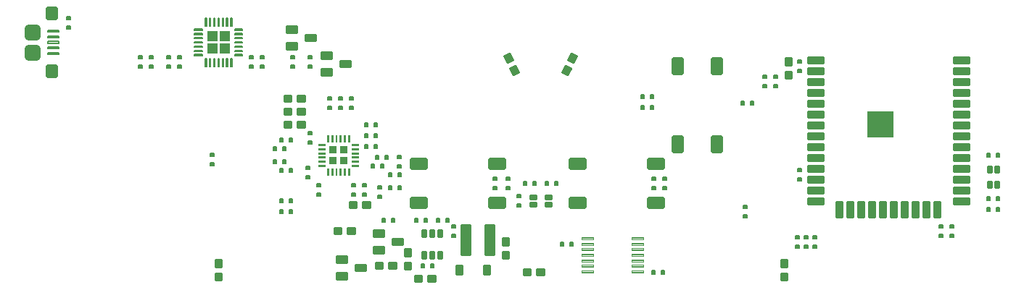
<source format=gbr>
G04 EAGLE Gerber RS-274X export*
G75*
%MOMM*%
%FSLAX34Y34*%
%LPD*%
%INSolderpaste Top*%
%IPPOS*%
%AMOC8*
5,1,8,0,0,1.08239X$1,22.5*%
G01*
%ADD10C,0.192500*%
%ADD11C,0.350000*%
%ADD12C,0.241500*%
%ADD13C,0.420000*%
%ADD14C,0.320038*%
%ADD15C,0.490000*%
%ADD16R,3.164769X3.166009*%
%ADD17C,0.315000*%
%ADD18C,0.200000*%
%ADD19C,0.700000*%
%ADD20C,0.950000*%
%ADD21R,1.149913X1.149913*%
%ADD22R,1.149753X1.151819*%
%ADD23R,1.151400X1.151400*%
%ADD24R,1.151981X1.149731*%
%ADD25C,0.135000*%
%ADD26R,0.919741X0.919741*%
%ADD27R,0.919894X0.920691*%
%ADD28R,0.921600X0.921600*%
%ADD29R,0.920331X0.919950*%
%ADD30C,0.091000*%
%ADD31C,0.224000*%
%ADD32C,0.124459*%


D10*
X295142Y305722D02*
X295142Y309298D01*
X299218Y309298D01*
X299218Y305722D01*
X295142Y305722D01*
X295142Y307551D02*
X299218Y307551D01*
X295142Y298798D02*
X295142Y295222D01*
X295142Y298798D02*
X299218Y298798D01*
X299218Y295222D01*
X295142Y295222D01*
X295142Y297051D02*
X299218Y297051D01*
X345942Y194998D02*
X345942Y191422D01*
X345942Y194998D02*
X350018Y194998D01*
X350018Y191422D01*
X345942Y191422D01*
X345942Y193251D02*
X350018Y193251D01*
X345942Y184498D02*
X345942Y180922D01*
X345942Y184498D02*
X350018Y184498D01*
X350018Y180922D01*
X345942Y180922D01*
X345942Y182751D02*
X350018Y182751D01*
X499878Y246962D02*
X499878Y250538D01*
X499878Y246962D02*
X495802Y246962D01*
X495802Y250538D01*
X499878Y250538D01*
X499878Y248791D02*
X495802Y248791D01*
X499878Y257462D02*
X499878Y261038D01*
X499878Y257462D02*
X495802Y257462D01*
X495802Y261038D01*
X499878Y261038D01*
X499878Y259291D02*
X495802Y259291D01*
D11*
X579830Y66870D02*
X579830Y59370D01*
X573330Y59370D01*
X573330Y66870D01*
X579830Y66870D01*
X579830Y62695D02*
X573330Y62695D01*
X573330Y66020D02*
X579830Y66020D01*
X579830Y75370D02*
X579830Y82870D01*
X579830Y75370D02*
X573330Y75370D01*
X573330Y82870D01*
X579830Y82870D01*
X579830Y78695D02*
X573330Y78695D01*
X573330Y82020D02*
X579830Y82020D01*
X352350Y70170D02*
X352350Y62670D01*
X352350Y70170D02*
X358850Y70170D01*
X358850Y62670D01*
X352350Y62670D01*
X352350Y65995D02*
X358850Y65995D01*
X358850Y69320D02*
X352350Y69320D01*
X352350Y54170D02*
X352350Y46670D01*
X352350Y54170D02*
X358850Y54170D01*
X358850Y46670D01*
X352350Y46670D01*
X352350Y49995D02*
X358850Y49995D01*
X358850Y53320D02*
X352350Y53320D01*
D10*
X691382Y163482D02*
X691382Y167058D01*
X695458Y167058D01*
X695458Y163482D01*
X691382Y163482D01*
X691382Y165311D02*
X695458Y165311D01*
X691382Y156558D02*
X691382Y152982D01*
X691382Y156558D02*
X695458Y156558D01*
X695458Y152982D01*
X691382Y152982D01*
X691382Y154811D02*
X695458Y154811D01*
X995178Y272362D02*
X995178Y275938D01*
X995178Y272362D02*
X991102Y272362D01*
X991102Y275938D01*
X995178Y275938D01*
X995178Y274191D02*
X991102Y274191D01*
X995178Y282862D02*
X995178Y286438D01*
X995178Y282862D02*
X991102Y282862D01*
X991102Y286438D01*
X995178Y286438D01*
X995178Y284691D02*
X991102Y284691D01*
X865638Y156558D02*
X865638Y152982D01*
X861562Y152982D01*
X861562Y156558D01*
X865638Y156558D01*
X865638Y154811D02*
X861562Y154811D01*
X865638Y163482D02*
X865638Y167058D01*
X865638Y163482D02*
X861562Y163482D01*
X861562Y167058D01*
X865638Y167058D01*
X865638Y165311D02*
X861562Y165311D01*
D11*
X498510Y296470D02*
X498510Y302970D01*
X509010Y302970D01*
X509010Y296470D01*
X498510Y296470D01*
X498510Y299795D02*
X509010Y299795D01*
X476510Y293470D02*
X476510Y286970D01*
X476510Y293470D02*
X487010Y293470D01*
X487010Y286970D01*
X476510Y286970D01*
X476510Y290295D02*
X487010Y290295D01*
X476510Y305970D02*
X476510Y312470D01*
X487010Y312470D01*
X487010Y305970D01*
X476510Y305970D01*
X476510Y309295D02*
X487010Y309295D01*
X457870Y326950D02*
X457870Y333450D01*
X468370Y333450D01*
X468370Y326950D01*
X457870Y326950D01*
X457870Y330275D02*
X468370Y330275D01*
X435870Y323950D02*
X435870Y317450D01*
X435870Y323950D02*
X446370Y323950D01*
X446370Y317450D01*
X435870Y317450D01*
X435870Y320775D02*
X446370Y320775D01*
X435870Y336450D02*
X435870Y342950D01*
X446370Y342950D01*
X446370Y336450D01*
X435870Y336450D01*
X435870Y339775D02*
X446370Y339775D01*
D10*
X1029202Y98478D02*
X1029202Y94902D01*
X1029202Y98478D02*
X1033278Y98478D01*
X1033278Y94902D01*
X1029202Y94902D01*
X1029202Y96731D02*
X1033278Y96731D01*
X1029202Y87978D02*
X1029202Y84402D01*
X1029202Y87978D02*
X1033278Y87978D01*
X1033278Y84402D01*
X1029202Y84402D01*
X1029202Y86231D02*
X1033278Y86231D01*
X704082Y143162D02*
X704082Y146738D01*
X708158Y146738D01*
X708158Y143162D01*
X704082Y143162D01*
X704082Y144991D02*
X708158Y144991D01*
X704082Y136238D02*
X704082Y132662D01*
X704082Y136238D02*
X708158Y136238D01*
X708158Y132662D01*
X704082Y132662D01*
X704082Y134491D02*
X708158Y134491D01*
X1252802Y191002D02*
X1256378Y191002D01*
X1252802Y191002D02*
X1252802Y195078D01*
X1256378Y195078D01*
X1256378Y191002D01*
X1256378Y192831D02*
X1252802Y192831D01*
X1252802Y194660D02*
X1256378Y194660D01*
X1263302Y191002D02*
X1266878Y191002D01*
X1263302Y191002D02*
X1263302Y195078D01*
X1266878Y195078D01*
X1266878Y191002D01*
X1266878Y192831D02*
X1263302Y192831D01*
X1263302Y194660D02*
X1266878Y194660D01*
X1256378Y140202D02*
X1252802Y140202D01*
X1252802Y144278D01*
X1256378Y144278D01*
X1256378Y140202D01*
X1256378Y142031D02*
X1252802Y142031D01*
X1252802Y143860D02*
X1256378Y143860D01*
X1263302Y140202D02*
X1266878Y140202D01*
X1263302Y140202D02*
X1263302Y144278D01*
X1266878Y144278D01*
X1266878Y140202D01*
X1266878Y142031D02*
X1263302Y142031D01*
X1263302Y143860D02*
X1266878Y143860D01*
X1256378Y127502D02*
X1252802Y127502D01*
X1252802Y131578D01*
X1256378Y131578D01*
X1256378Y127502D01*
X1256378Y129331D02*
X1252802Y129331D01*
X1252802Y131160D02*
X1256378Y131160D01*
X1263302Y127502D02*
X1266878Y127502D01*
X1263302Y127502D02*
X1263302Y131578D01*
X1266878Y131578D01*
X1266878Y127502D01*
X1266878Y129331D02*
X1263302Y129331D01*
X1263302Y131160D02*
X1266878Y131160D01*
X676142Y163482D02*
X676142Y167058D01*
X680218Y167058D01*
X680218Y163482D01*
X676142Y163482D01*
X676142Y165311D02*
X680218Y165311D01*
X676142Y156558D02*
X676142Y152982D01*
X676142Y156558D02*
X680218Y156558D01*
X680218Y152982D01*
X676142Y152982D01*
X676142Y154811D02*
X680218Y154811D01*
X1007878Y272362D02*
X1007878Y275938D01*
X1007878Y272362D02*
X1003802Y272362D01*
X1003802Y275938D01*
X1007878Y275938D01*
X1007878Y274191D02*
X1003802Y274191D01*
X1007878Y282862D02*
X1007878Y286438D01*
X1007878Y282862D02*
X1003802Y282862D01*
X1003802Y286438D01*
X1007878Y286438D01*
X1007878Y284691D02*
X1003802Y284691D01*
X874262Y167058D02*
X874262Y163482D01*
X874262Y167058D02*
X878338Y167058D01*
X878338Y163482D01*
X874262Y163482D01*
X874262Y165311D02*
X878338Y165311D01*
X874262Y156558D02*
X874262Y152982D01*
X874262Y156558D02*
X878338Y156558D01*
X878338Y152982D01*
X874262Y152982D01*
X874262Y154811D02*
X878338Y154811D01*
X1200918Y100678D02*
X1200918Y97102D01*
X1196842Y97102D01*
X1196842Y100678D01*
X1200918Y100678D01*
X1200918Y98931D02*
X1196842Y98931D01*
X1200918Y107602D02*
X1200918Y111178D01*
X1200918Y107602D02*
X1196842Y107602D01*
X1196842Y111178D01*
X1200918Y111178D01*
X1200918Y109431D02*
X1196842Y109431D01*
X968242Y130462D02*
X968242Y134038D01*
X972318Y134038D01*
X972318Y130462D01*
X968242Y130462D01*
X968242Y132291D02*
X972318Y132291D01*
X968242Y123538D02*
X968242Y119962D01*
X968242Y123538D02*
X972318Y123538D01*
X972318Y119962D01*
X968242Y119962D01*
X968242Y121791D02*
X972318Y121791D01*
X976282Y256038D02*
X979858Y256038D01*
X979858Y251962D01*
X976282Y251962D01*
X976282Y256038D01*
X976282Y253791D02*
X979858Y253791D01*
X979858Y255620D02*
X976282Y255620D01*
X969358Y256038D02*
X965782Y256038D01*
X969358Y256038D02*
X969358Y251962D01*
X965782Y251962D01*
X965782Y256038D01*
X965782Y253791D02*
X969358Y253791D01*
X969358Y255620D02*
X965782Y255620D01*
X1043438Y87978D02*
X1043438Y84402D01*
X1039362Y84402D01*
X1039362Y87978D01*
X1043438Y87978D01*
X1043438Y86231D02*
X1039362Y86231D01*
X1043438Y94902D02*
X1043438Y98478D01*
X1043438Y94902D02*
X1039362Y94902D01*
X1039362Y98478D01*
X1043438Y98478D01*
X1043438Y96731D02*
X1039362Y96731D01*
X441378Y212858D02*
X437802Y212858D01*
X441378Y212858D02*
X441378Y208782D01*
X437802Y208782D01*
X437802Y212858D01*
X437802Y210611D02*
X441378Y210611D01*
X441378Y212440D02*
X437802Y212440D01*
X430878Y212858D02*
X427302Y212858D01*
X430878Y212858D02*
X430878Y208782D01*
X427302Y208782D01*
X427302Y212858D01*
X427302Y210611D02*
X430878Y210611D01*
X430878Y212440D02*
X427302Y212440D01*
X437802Y177298D02*
X441378Y177298D01*
X441378Y173222D01*
X437802Y173222D01*
X437802Y177298D01*
X437802Y175051D02*
X441378Y175051D01*
X441378Y176880D02*
X437802Y176880D01*
X430878Y177298D02*
X427302Y177298D01*
X430878Y177298D02*
X430878Y173222D01*
X427302Y173222D01*
X427302Y177298D01*
X427302Y175051D02*
X430878Y175051D01*
X430878Y176880D02*
X427302Y176880D01*
X430182Y187458D02*
X433758Y187458D01*
X433758Y183382D01*
X430182Y183382D01*
X430182Y187458D01*
X430182Y185211D02*
X433758Y185211D01*
X433758Y187040D02*
X430182Y187040D01*
X423258Y187458D02*
X419682Y187458D01*
X423258Y187458D02*
X423258Y183382D01*
X419682Y183382D01*
X419682Y187458D01*
X419682Y185211D02*
X423258Y185211D01*
X423258Y187040D02*
X419682Y187040D01*
X430182Y202698D02*
X433758Y202698D01*
X433758Y198622D01*
X430182Y198622D01*
X430182Y202698D01*
X430182Y200451D02*
X433758Y200451D01*
X433758Y202280D02*
X430182Y202280D01*
X423258Y202698D02*
X419682Y202698D01*
X423258Y202698D02*
X423258Y198622D01*
X419682Y198622D01*
X419682Y202698D01*
X419682Y200451D02*
X423258Y200451D01*
X423258Y202280D02*
X419682Y202280D01*
X526362Y201162D02*
X529938Y201162D01*
X526362Y201162D02*
X526362Y205238D01*
X529938Y205238D01*
X529938Y201162D01*
X529938Y202991D02*
X526362Y202991D01*
X526362Y204820D02*
X529938Y204820D01*
X536862Y201162D02*
X540438Y201162D01*
X536862Y201162D02*
X536862Y205238D01*
X540438Y205238D01*
X540438Y201162D01*
X540438Y202991D02*
X536862Y202991D01*
X536862Y204820D02*
X540438Y204820D01*
X554302Y152902D02*
X557878Y152902D01*
X554302Y152902D02*
X554302Y156978D01*
X557878Y156978D01*
X557878Y152902D01*
X557878Y154731D02*
X554302Y154731D01*
X554302Y156560D02*
X557878Y156560D01*
X564802Y152902D02*
X568378Y152902D01*
X564802Y152902D02*
X564802Y156978D01*
X568378Y156978D01*
X568378Y152902D01*
X568378Y154731D02*
X564802Y154731D01*
X564802Y156560D02*
X568378Y156560D01*
X568458Y178382D02*
X568458Y181958D01*
X568458Y178382D02*
X564382Y178382D01*
X564382Y181958D01*
X568458Y181958D01*
X568458Y180211D02*
X564382Y180211D01*
X568458Y188882D02*
X568458Y192458D01*
X568458Y188882D02*
X564382Y188882D01*
X564382Y192458D01*
X568458Y192458D01*
X568458Y190711D02*
X564382Y190711D01*
X529938Y226562D02*
X526362Y226562D01*
X526362Y230638D01*
X529938Y230638D01*
X529938Y226562D01*
X529938Y228391D02*
X526362Y228391D01*
X526362Y230220D02*
X529938Y230220D01*
X536862Y226562D02*
X540438Y226562D01*
X536862Y226562D02*
X536862Y230638D01*
X540438Y230638D01*
X540438Y226562D01*
X540438Y228391D02*
X536862Y228391D01*
X536862Y230220D02*
X540438Y230220D01*
X461778Y169258D02*
X461778Y165682D01*
X457702Y165682D01*
X457702Y169258D01*
X461778Y169258D01*
X461778Y167511D02*
X457702Y167511D01*
X461778Y176182D02*
X461778Y179758D01*
X461778Y176182D02*
X457702Y176182D01*
X457702Y179758D01*
X461778Y179758D01*
X461778Y178011D02*
X457702Y178011D01*
X441378Y141738D02*
X437802Y141738D01*
X441378Y141738D02*
X441378Y137662D01*
X437802Y137662D01*
X437802Y141738D01*
X437802Y139491D02*
X441378Y139491D01*
X441378Y141320D02*
X437802Y141320D01*
X430878Y141738D02*
X427302Y141738D01*
X430878Y141738D02*
X430878Y137662D01*
X427302Y137662D01*
X427302Y141738D01*
X427302Y139491D02*
X430878Y139491D01*
X430878Y141320D02*
X427302Y141320D01*
X439922Y305722D02*
X439922Y309298D01*
X443998Y309298D01*
X443998Y305722D01*
X439922Y305722D01*
X439922Y307551D02*
X443998Y307551D01*
X439922Y298798D02*
X439922Y295222D01*
X439922Y298798D02*
X443998Y298798D01*
X443998Y295222D01*
X439922Y295222D01*
X439922Y297051D02*
X443998Y297051D01*
X441378Y129038D02*
X437802Y129038D01*
X441378Y129038D02*
X441378Y124962D01*
X437802Y124962D01*
X437802Y129038D01*
X437802Y126791D02*
X441378Y126791D01*
X441378Y128620D02*
X437802Y128620D01*
X430878Y129038D02*
X427302Y129038D01*
X430878Y129038D02*
X430878Y124962D01*
X427302Y124962D01*
X427302Y129038D01*
X427302Y126791D02*
X430878Y126791D01*
X430878Y128620D02*
X427302Y128620D01*
X549562Y192538D02*
X553138Y192538D01*
X553138Y188462D01*
X549562Y188462D01*
X549562Y192538D01*
X549562Y190291D02*
X553138Y190291D01*
X553138Y192120D02*
X549562Y192120D01*
X542638Y192538D02*
X539062Y192538D01*
X542638Y192538D02*
X542638Y188462D01*
X539062Y188462D01*
X539062Y192538D01*
X539062Y190291D02*
X542638Y190291D01*
X542638Y192120D02*
X539062Y192120D01*
X529938Y213862D02*
X526362Y213862D01*
X526362Y217938D01*
X529938Y217938D01*
X529938Y213862D01*
X529938Y215691D02*
X526362Y215691D01*
X526362Y217520D02*
X529938Y217520D01*
X536862Y213862D02*
X540438Y213862D01*
X536862Y213862D02*
X536862Y217938D01*
X540438Y217938D01*
X540438Y213862D01*
X540438Y215691D02*
X536862Y215691D01*
X536862Y217520D02*
X540438Y217520D01*
X541522Y156898D02*
X541522Y153322D01*
X541522Y156898D02*
X545598Y156898D01*
X545598Y153322D01*
X541522Y153322D01*
X541522Y155151D02*
X545598Y155151D01*
X541522Y146398D02*
X541522Y142822D01*
X541522Y146398D02*
X545598Y146398D01*
X545598Y142822D01*
X541522Y142822D01*
X541522Y144651D02*
X545598Y144651D01*
X564802Y172218D02*
X568378Y172218D01*
X568378Y168142D01*
X564802Y168142D01*
X564802Y172218D01*
X564802Y169971D02*
X568378Y169971D01*
X568378Y171800D02*
X564802Y171800D01*
X557878Y172218D02*
X554302Y172218D01*
X557878Y172218D02*
X557878Y168142D01*
X554302Y168142D01*
X554302Y172218D01*
X554302Y169971D02*
X557878Y169971D01*
X557878Y171800D02*
X554302Y171800D01*
X487178Y246962D02*
X487178Y250538D01*
X487178Y246962D02*
X483102Y246962D01*
X483102Y250538D01*
X487178Y250538D01*
X487178Y248791D02*
X483102Y248791D01*
X487178Y257462D02*
X487178Y261038D01*
X487178Y257462D02*
X483102Y257462D01*
X483102Y261038D01*
X487178Y261038D01*
X487178Y259291D02*
X483102Y259291D01*
X754962Y86862D02*
X758538Y86862D01*
X754962Y86862D02*
X754962Y90938D01*
X758538Y90938D01*
X758538Y86862D01*
X758538Y88691D02*
X754962Y88691D01*
X754962Y90520D02*
X758538Y90520D01*
X765462Y86862D02*
X769038Y86862D01*
X765462Y86862D02*
X765462Y90938D01*
X769038Y90938D01*
X769038Y86862D01*
X769038Y88691D02*
X765462Y88691D01*
X765462Y90520D02*
X769038Y90520D01*
X464318Y295222D02*
X464318Y298798D01*
X464318Y295222D02*
X460242Y295222D01*
X460242Y298798D01*
X464318Y298798D01*
X464318Y297051D02*
X460242Y297051D01*
X464318Y305722D02*
X464318Y309298D01*
X464318Y305722D02*
X460242Y305722D01*
X460242Y309298D01*
X464318Y309298D01*
X464318Y307551D02*
X460242Y307551D01*
X404362Y309298D02*
X404362Y305722D01*
X404362Y309298D02*
X408438Y309298D01*
X408438Y305722D01*
X404362Y305722D01*
X404362Y307551D02*
X408438Y307551D01*
X404362Y298798D02*
X404362Y295222D01*
X404362Y298798D02*
X408438Y298798D01*
X408438Y295222D01*
X404362Y295222D01*
X404362Y297051D02*
X408438Y297051D01*
X395738Y298798D02*
X395738Y295222D01*
X391662Y295222D01*
X391662Y298798D01*
X395738Y298798D01*
X395738Y297051D02*
X391662Y297051D01*
X395738Y305722D02*
X395738Y309298D01*
X395738Y305722D02*
X391662Y305722D01*
X391662Y309298D01*
X395738Y309298D01*
X395738Y307551D02*
X391662Y307551D01*
X1213618Y100678D02*
X1213618Y97102D01*
X1209542Y97102D01*
X1209542Y100678D01*
X1213618Y100678D01*
X1213618Y98931D02*
X1209542Y98931D01*
X1213618Y107602D02*
X1213618Y111178D01*
X1213618Y107602D02*
X1209542Y107602D01*
X1209542Y111178D01*
X1213618Y111178D01*
X1213618Y109431D02*
X1209542Y109431D01*
X751258Y162058D02*
X747682Y162058D01*
X751258Y162058D02*
X751258Y157982D01*
X747682Y157982D01*
X747682Y162058D01*
X747682Y159811D02*
X751258Y159811D01*
X751258Y161640D02*
X747682Y161640D01*
X740758Y162058D02*
X737182Y162058D01*
X740758Y162058D02*
X740758Y157982D01*
X737182Y157982D01*
X737182Y162058D01*
X737182Y159811D02*
X740758Y159811D01*
X740758Y161640D02*
X737182Y161640D01*
X715358Y157982D02*
X711782Y157982D01*
X711782Y162058D01*
X715358Y162058D01*
X715358Y157982D01*
X715358Y159811D02*
X711782Y159811D01*
X711782Y161640D02*
X715358Y161640D01*
X722282Y157982D02*
X725858Y157982D01*
X722282Y157982D02*
X722282Y162058D01*
X725858Y162058D01*
X725858Y157982D01*
X725858Y159811D02*
X722282Y159811D01*
X722282Y161640D02*
X725858Y161640D01*
D11*
X456250Y262330D02*
X448750Y262330D01*
X456250Y262330D02*
X456250Y255830D01*
X448750Y255830D01*
X448750Y262330D01*
X448750Y259155D02*
X456250Y259155D01*
X440250Y262330D02*
X432750Y262330D01*
X440250Y262330D02*
X440250Y255830D01*
X432750Y255830D01*
X432750Y262330D01*
X432750Y259155D02*
X440250Y259155D01*
X440250Y225350D02*
X432750Y225350D01*
X432750Y231850D01*
X440250Y231850D01*
X440250Y225350D01*
X440250Y228675D02*
X432750Y228675D01*
X448750Y225350D02*
X456250Y225350D01*
X448750Y225350D02*
X448750Y231850D01*
X456250Y231850D01*
X456250Y225350D01*
X456250Y228675D02*
X448750Y228675D01*
D10*
X1035818Y166718D02*
X1035818Y163142D01*
X1031742Y163142D01*
X1031742Y166718D01*
X1035818Y166718D01*
X1035818Y164971D02*
X1031742Y164971D01*
X1035818Y173642D02*
X1035818Y177218D01*
X1035818Y173642D02*
X1031742Y173642D01*
X1031742Y177218D01*
X1035818Y177218D01*
X1035818Y175471D02*
X1031742Y175471D01*
X464318Y206322D02*
X464318Y209898D01*
X464318Y206322D02*
X460242Y206322D01*
X460242Y209898D01*
X464318Y209898D01*
X464318Y208151D02*
X460242Y208151D01*
X464318Y216822D02*
X464318Y220398D01*
X464318Y216822D02*
X460242Y216822D01*
X460242Y220398D01*
X464318Y220398D01*
X464318Y218651D02*
X460242Y218651D01*
X470402Y159438D02*
X470402Y155862D01*
X470402Y159438D02*
X474478Y159438D01*
X474478Y155862D01*
X470402Y155862D01*
X470402Y157691D02*
X474478Y157691D01*
X470402Y148938D02*
X470402Y145362D01*
X470402Y148938D02*
X474478Y148938D01*
X474478Y145362D01*
X470402Y145362D01*
X470402Y147191D02*
X474478Y147191D01*
D11*
X524950Y137870D02*
X532450Y137870D01*
X532450Y131370D01*
X524950Y131370D01*
X524950Y137870D01*
X524950Y134695D02*
X532450Y134695D01*
X516450Y137870D02*
X508950Y137870D01*
X516450Y137870D02*
X516450Y131370D01*
X508950Y131370D01*
X508950Y137870D01*
X508950Y134695D02*
X516450Y134695D01*
X1024330Y282890D02*
X1024330Y290390D01*
X1024330Y282890D02*
X1017830Y282890D01*
X1017830Y290390D01*
X1024330Y290390D01*
X1024330Y286215D02*
X1017830Y286215D01*
X1017830Y289540D02*
X1024330Y289540D01*
X1024330Y298890D02*
X1024330Y306390D01*
X1024330Y298890D02*
X1017830Y298890D01*
X1017830Y306390D01*
X1024330Y306390D01*
X1024330Y302215D02*
X1017830Y302215D01*
X1017830Y305540D02*
X1024330Y305540D01*
D10*
X1035818Y293718D02*
X1035818Y290142D01*
X1031742Y290142D01*
X1031742Y293718D01*
X1035818Y293718D01*
X1035818Y291971D02*
X1031742Y291971D01*
X1035818Y300642D02*
X1035818Y304218D01*
X1035818Y300642D02*
X1031742Y300642D01*
X1031742Y304218D01*
X1035818Y304218D01*
X1035818Y302471D02*
X1031742Y302471D01*
D11*
X1012750Y70170D02*
X1012750Y62670D01*
X1012750Y70170D02*
X1019250Y70170D01*
X1019250Y62670D01*
X1012750Y62670D01*
X1012750Y65995D02*
X1019250Y65995D01*
X1019250Y69320D02*
X1012750Y69320D01*
X1012750Y54170D02*
X1012750Y46670D01*
X1012750Y54170D02*
X1019250Y54170D01*
X1019250Y46670D01*
X1012750Y46670D01*
X1012750Y49995D02*
X1019250Y49995D01*
X1019250Y53320D02*
X1012750Y53320D01*
X687630Y88070D02*
X687630Y95570D01*
X694130Y95570D01*
X694130Y88070D01*
X687630Y88070D01*
X687630Y91395D02*
X694130Y91395D01*
X694130Y94720D02*
X687630Y94720D01*
X687630Y79570D02*
X687630Y72070D01*
X687630Y79570D02*
X694130Y79570D01*
X694130Y72070D01*
X687630Y72070D01*
X687630Y75395D02*
X694130Y75395D01*
X694130Y78720D02*
X687630Y78720D01*
D10*
X1049522Y94902D02*
X1049522Y98478D01*
X1053598Y98478D01*
X1053598Y94902D01*
X1049522Y94902D01*
X1049522Y96731D02*
X1053598Y96731D01*
X1049522Y87978D02*
X1049522Y84402D01*
X1049522Y87978D02*
X1053598Y87978D01*
X1053598Y84402D01*
X1049522Y84402D01*
X1049522Y86231D02*
X1053598Y86231D01*
X511042Y155862D02*
X511042Y159438D01*
X515118Y159438D01*
X515118Y155862D01*
X511042Y155862D01*
X511042Y157691D02*
X515118Y157691D01*
X511042Y148938D02*
X511042Y145362D01*
X511042Y148938D02*
X515118Y148938D01*
X515118Y145362D01*
X511042Y145362D01*
X511042Y147191D02*
X515118Y147191D01*
X523742Y155862D02*
X523742Y159438D01*
X527818Y159438D01*
X527818Y155862D01*
X523742Y155862D01*
X523742Y157691D02*
X527818Y157691D01*
X523742Y148938D02*
X523742Y145362D01*
X523742Y148938D02*
X527818Y148938D01*
X527818Y145362D01*
X523742Y145362D01*
X523742Y147191D02*
X527818Y147191D01*
X262122Y305722D02*
X262122Y309298D01*
X266198Y309298D01*
X266198Y305722D01*
X262122Y305722D01*
X262122Y307551D02*
X266198Y307551D01*
X262122Y298798D02*
X262122Y295222D01*
X262122Y298798D02*
X266198Y298798D01*
X266198Y295222D01*
X262122Y295222D01*
X262122Y297051D02*
X266198Y297051D01*
X274822Y305722D02*
X274822Y309298D01*
X278898Y309298D01*
X278898Y305722D01*
X274822Y305722D01*
X274822Y307551D02*
X278898Y307551D01*
X274822Y298798D02*
X274822Y295222D01*
X274822Y298798D02*
X278898Y298798D01*
X278898Y295222D01*
X274822Y295222D01*
X274822Y297051D02*
X278898Y297051D01*
X307842Y305722D02*
X307842Y309298D01*
X311918Y309298D01*
X311918Y305722D01*
X307842Y305722D01*
X307842Y307551D02*
X311918Y307551D01*
X307842Y298798D02*
X307842Y295222D01*
X307842Y298798D02*
X311918Y298798D01*
X311918Y295222D01*
X307842Y295222D01*
X307842Y297051D02*
X311918Y297051D01*
D11*
X516290Y64210D02*
X516290Y57710D01*
X516290Y64210D02*
X526790Y64210D01*
X526790Y57710D01*
X516290Y57710D01*
X516290Y61035D02*
X526790Y61035D01*
X494290Y54710D02*
X494290Y48210D01*
X494290Y54710D02*
X504790Y54710D01*
X504790Y48210D01*
X494290Y48210D01*
X494290Y51535D02*
X504790Y51535D01*
X494290Y67210D02*
X494290Y73710D01*
X504790Y73710D01*
X504790Y67210D01*
X494290Y67210D01*
X494290Y70535D02*
X504790Y70535D01*
D10*
X182378Y340942D02*
X182378Y344518D01*
X182378Y340942D02*
X178302Y340942D01*
X178302Y344518D01*
X182378Y344518D01*
X182378Y342771D02*
X178302Y342771D01*
X182378Y351442D02*
X182378Y355018D01*
X182378Y351442D02*
X178302Y351442D01*
X178302Y355018D01*
X182378Y355018D01*
X182378Y353271D02*
X178302Y353271D01*
D11*
X448750Y247090D02*
X456250Y247090D01*
X456250Y240590D01*
X448750Y240590D01*
X448750Y247090D01*
X448750Y243915D02*
X456250Y243915D01*
X440250Y247090D02*
X432750Y247090D01*
X440250Y247090D02*
X440250Y240590D01*
X432750Y240590D01*
X432750Y247090D01*
X432750Y243915D02*
X440250Y243915D01*
D12*
X611777Y105693D02*
X611777Y98107D01*
X611777Y105693D02*
X616263Y105693D01*
X616263Y98107D01*
X611777Y98107D01*
X611777Y100401D02*
X616263Y100401D01*
X616263Y102695D02*
X611777Y102695D01*
X611777Y104989D02*
X616263Y104989D01*
X602277Y105693D02*
X602277Y98107D01*
X602277Y105693D02*
X606763Y105693D01*
X606763Y98107D01*
X602277Y98107D01*
X602277Y100401D02*
X606763Y100401D01*
X606763Y102695D02*
X602277Y102695D01*
X602277Y104989D02*
X606763Y104989D01*
X592777Y105693D02*
X592777Y98107D01*
X592777Y105693D02*
X597263Y105693D01*
X597263Y98107D01*
X592777Y98107D01*
X592777Y100401D02*
X597263Y100401D01*
X597263Y102695D02*
X592777Y102695D01*
X592777Y104989D02*
X597263Y104989D01*
X592777Y79693D02*
X592777Y72107D01*
X592777Y79693D02*
X597263Y79693D01*
X597263Y72107D01*
X592777Y72107D01*
X592777Y74401D02*
X597263Y74401D01*
X597263Y76695D02*
X592777Y76695D01*
X592777Y78989D02*
X597263Y78989D01*
X602277Y79693D02*
X602277Y72107D01*
X602277Y79693D02*
X606763Y79693D01*
X606763Y72107D01*
X602277Y72107D01*
X602277Y74401D02*
X606763Y74401D01*
X606763Y76695D02*
X602277Y76695D01*
X602277Y78989D02*
X606763Y78989D01*
X611777Y79693D02*
X611777Y72107D01*
X611777Y79693D02*
X616263Y79693D01*
X616263Y72107D01*
X611777Y72107D01*
X611777Y74401D02*
X616263Y74401D01*
X616263Y76695D02*
X611777Y76695D01*
X611777Y78989D02*
X616263Y78989D01*
D13*
X639960Y77580D02*
X647760Y77580D01*
X639960Y77580D02*
X639960Y110380D01*
X647760Y110380D01*
X647760Y77580D01*
X647760Y81570D02*
X639960Y81570D01*
X639960Y85560D02*
X647760Y85560D01*
X647760Y89550D02*
X639960Y89550D01*
X639960Y93540D02*
X647760Y93540D01*
X647760Y97530D02*
X639960Y97530D01*
X639960Y101520D02*
X647760Y101520D01*
X647760Y105510D02*
X639960Y105510D01*
X639960Y109500D02*
X647760Y109500D01*
X667960Y77580D02*
X675760Y77580D01*
X667960Y77580D02*
X667960Y110380D01*
X675760Y110380D01*
X675760Y77580D01*
X675760Y81570D02*
X667960Y81570D01*
X667960Y85560D02*
X675760Y85560D01*
X675760Y89550D02*
X667960Y89550D01*
X667960Y93540D02*
X675760Y93540D01*
X675760Y97530D02*
X667960Y97530D01*
X667960Y101520D02*
X675760Y101520D01*
X675760Y105510D02*
X667960Y105510D01*
X667960Y109500D02*
X675760Y109500D01*
D10*
X606478Y65538D02*
X602902Y65538D01*
X606478Y65538D02*
X606478Y61462D01*
X602902Y61462D01*
X602902Y65538D01*
X602902Y63291D02*
X606478Y63291D01*
X606478Y65120D02*
X602902Y65120D01*
X595978Y65538D02*
X592402Y65538D01*
X595978Y65538D02*
X595978Y61462D01*
X592402Y61462D01*
X592402Y65538D01*
X592402Y63291D02*
X595978Y63291D01*
X595978Y65120D02*
X592402Y65120D01*
X627882Y107602D02*
X627882Y111178D01*
X631958Y111178D01*
X631958Y107602D01*
X627882Y107602D01*
X627882Y109431D02*
X631958Y109431D01*
X627882Y100678D02*
X627882Y97102D01*
X627882Y100678D02*
X631958Y100678D01*
X631958Y97102D01*
X627882Y97102D01*
X627882Y98931D02*
X631958Y98931D01*
X613758Y114802D02*
X610182Y114802D01*
X610182Y118878D01*
X613758Y118878D01*
X613758Y114802D01*
X613758Y116631D02*
X610182Y116631D01*
X610182Y118460D02*
X613758Y118460D01*
X620682Y114802D02*
X624258Y114802D01*
X620682Y114802D02*
X620682Y118878D01*
X624258Y118878D01*
X624258Y114802D01*
X624258Y116631D02*
X620682Y116631D01*
X620682Y118460D02*
X624258Y118460D01*
X588358Y114802D02*
X584782Y114802D01*
X584782Y118878D01*
X588358Y118878D01*
X588358Y114802D01*
X588358Y116631D02*
X584782Y116631D01*
X584782Y118460D02*
X588358Y118460D01*
X595282Y114802D02*
X598858Y114802D01*
X595282Y114802D02*
X595282Y118878D01*
X598858Y118878D01*
X598858Y114802D01*
X598858Y116631D02*
X595282Y116631D01*
X595282Y118460D02*
X598858Y118460D01*
D14*
X639369Y62916D02*
X639369Y53924D01*
X633425Y53924D01*
X633425Y62916D01*
X639369Y62916D01*
X639369Y56964D02*
X633425Y56964D01*
X633425Y60004D02*
X639369Y60004D01*
X672135Y62916D02*
X672135Y53924D01*
X666191Y53924D01*
X666191Y62916D01*
X672135Y62916D01*
X672135Y56964D02*
X666191Y56964D01*
X666191Y60004D02*
X672135Y60004D01*
D10*
X550258Y114802D02*
X546682Y114802D01*
X546682Y118878D01*
X550258Y118878D01*
X550258Y114802D01*
X550258Y116631D02*
X546682Y116631D01*
X546682Y118460D02*
X550258Y118460D01*
X557182Y114802D02*
X560758Y114802D01*
X557182Y114802D02*
X557182Y118878D01*
X560758Y118878D01*
X560758Y114802D01*
X560758Y116631D02*
X557182Y116631D01*
X557182Y118460D02*
X560758Y118460D01*
D11*
X559470Y94690D02*
X559470Y88190D01*
X559470Y94690D02*
X569970Y94690D01*
X569970Y88190D01*
X559470Y88190D01*
X559470Y91515D02*
X569970Y91515D01*
X537470Y85190D02*
X537470Y78690D01*
X537470Y85190D02*
X547970Y85190D01*
X547970Y78690D01*
X537470Y78690D01*
X537470Y82015D02*
X547970Y82015D01*
X537470Y97690D02*
X537470Y104190D01*
X547970Y104190D01*
X547970Y97690D01*
X537470Y97690D01*
X537470Y101015D02*
X547970Y101015D01*
X546930Y60250D02*
X539430Y60250D01*
X539430Y66750D01*
X546930Y66750D01*
X546930Y60250D01*
X546930Y63575D02*
X539430Y63575D01*
X555430Y60250D02*
X562930Y60250D01*
X555430Y60250D02*
X555430Y66750D01*
X562930Y66750D01*
X562930Y60250D01*
X562930Y63575D02*
X555430Y63575D01*
D15*
X581450Y132470D02*
X597550Y132470D01*
X581450Y132470D02*
X581450Y141570D01*
X597550Y141570D01*
X597550Y132470D01*
X597550Y137125D02*
X581450Y137125D01*
X581450Y178470D02*
X597550Y178470D01*
X581450Y178470D02*
X581450Y187570D01*
X597550Y187570D01*
X597550Y178470D01*
X597550Y183125D02*
X581450Y183125D01*
X672450Y178470D02*
X688550Y178470D01*
X672450Y178470D02*
X672450Y187570D01*
X688550Y187570D01*
X688550Y178470D01*
X688550Y183125D02*
X672450Y183125D01*
X672450Y132470D02*
X688550Y132470D01*
X672450Y132470D02*
X672450Y141570D01*
X688550Y141570D01*
X688550Y132470D01*
X688550Y137125D02*
X672450Y137125D01*
X941950Y197910D02*
X941950Y214010D01*
X941950Y197910D02*
X932850Y197910D01*
X932850Y214010D01*
X941950Y214010D01*
X941950Y202565D02*
X932850Y202565D01*
X932850Y207220D02*
X941950Y207220D01*
X941950Y211875D02*
X932850Y211875D01*
X895950Y214010D02*
X895950Y197910D01*
X886850Y197910D01*
X886850Y214010D01*
X895950Y214010D01*
X895950Y202565D02*
X886850Y202565D01*
X886850Y207220D02*
X895950Y207220D01*
X895950Y211875D02*
X886850Y211875D01*
X895950Y288910D02*
X895950Y305010D01*
X895950Y288910D02*
X886850Y288910D01*
X886850Y305010D01*
X895950Y305010D01*
X895950Y293565D02*
X886850Y293565D01*
X886850Y298220D02*
X895950Y298220D01*
X895950Y302875D02*
X886850Y302875D01*
X941950Y305010D02*
X941950Y288910D01*
X932850Y288910D01*
X932850Y305010D01*
X941950Y305010D01*
X941950Y293565D02*
X932850Y293565D01*
X932850Y298220D02*
X941950Y298220D01*
X941950Y302875D02*
X932850Y302875D01*
X782970Y132470D02*
X766870Y132470D01*
X766870Y141570D01*
X782970Y141570D01*
X782970Y132470D01*
X782970Y137125D02*
X766870Y137125D01*
X766870Y178470D02*
X782970Y178470D01*
X766870Y178470D02*
X766870Y187570D01*
X782970Y187570D01*
X782970Y178470D01*
X782970Y183125D02*
X766870Y183125D01*
X857870Y178470D02*
X873970Y178470D01*
X857870Y178470D02*
X857870Y187570D01*
X873970Y187570D01*
X873970Y178470D01*
X873970Y183125D02*
X857870Y183125D01*
X857870Y132470D02*
X873970Y132470D01*
X857870Y132470D02*
X857870Y141570D01*
X873970Y141570D01*
X873970Y132470D01*
X873970Y137125D02*
X857870Y137125D01*
D10*
X537558Y178302D02*
X533982Y178302D01*
X533982Y182378D01*
X537558Y182378D01*
X537558Y178302D01*
X537558Y180131D02*
X533982Y180131D01*
X533982Y181960D02*
X537558Y181960D01*
X544482Y178302D02*
X548058Y178302D01*
X544482Y178302D02*
X544482Y182378D01*
X548058Y182378D01*
X548058Y178302D01*
X548058Y180131D02*
X544482Y180131D01*
X544482Y181960D02*
X548058Y181960D01*
X508502Y257462D02*
X508502Y261038D01*
X512578Y261038D01*
X512578Y257462D01*
X508502Y257462D01*
X508502Y259291D02*
X512578Y259291D01*
X508502Y250538D02*
X508502Y246962D01*
X508502Y250538D02*
X512578Y250538D01*
X512578Y246962D01*
X508502Y246962D01*
X508502Y248791D02*
X512578Y248791D01*
X861642Y53842D02*
X865218Y53842D01*
X861642Y53842D02*
X861642Y57918D01*
X865218Y57918D01*
X865218Y53842D01*
X865218Y55671D02*
X861642Y55671D01*
X861642Y57500D02*
X865218Y57500D01*
X872142Y53842D02*
X875718Y53842D01*
X872142Y53842D02*
X872142Y57918D01*
X875718Y57918D01*
X875718Y53842D01*
X875718Y55671D02*
X872142Y55671D01*
X872142Y57500D02*
X875718Y57500D01*
D16*
X1127907Y229041D03*
D17*
X1061345Y301135D02*
X1044495Y301135D01*
X1044495Y306985D01*
X1061345Y306985D01*
X1061345Y301135D01*
X1061345Y304127D02*
X1044495Y304127D01*
X1044495Y288435D02*
X1061345Y288435D01*
X1044495Y288435D02*
X1044495Y294285D01*
X1061345Y294285D01*
X1061345Y288435D01*
X1061345Y291427D02*
X1044495Y291427D01*
X1044495Y275735D02*
X1061345Y275735D01*
X1044495Y275735D02*
X1044495Y281585D01*
X1061345Y281585D01*
X1061345Y275735D01*
X1061345Y278727D02*
X1044495Y278727D01*
X1044495Y263035D02*
X1061345Y263035D01*
X1044495Y263035D02*
X1044495Y268885D01*
X1061345Y268885D01*
X1061345Y263035D01*
X1061345Y266027D02*
X1044495Y266027D01*
X1044495Y250335D02*
X1061345Y250335D01*
X1044495Y250335D02*
X1044495Y256185D01*
X1061345Y256185D01*
X1061345Y250335D01*
X1061345Y253327D02*
X1044495Y253327D01*
X1044495Y237635D02*
X1061345Y237635D01*
X1044495Y237635D02*
X1044495Y243485D01*
X1061345Y243485D01*
X1061345Y237635D01*
X1061345Y240627D02*
X1044495Y240627D01*
X1044495Y224935D02*
X1061345Y224935D01*
X1044495Y224935D02*
X1044495Y230785D01*
X1061345Y230785D01*
X1061345Y224935D01*
X1061345Y227927D02*
X1044495Y227927D01*
X1044495Y212235D02*
X1061345Y212235D01*
X1044495Y212235D02*
X1044495Y218085D01*
X1061345Y218085D01*
X1061345Y212235D01*
X1061345Y215227D02*
X1044495Y215227D01*
X1044495Y199535D02*
X1061345Y199535D01*
X1044495Y199535D02*
X1044495Y205385D01*
X1061345Y205385D01*
X1061345Y199535D01*
X1061345Y202527D02*
X1044495Y202527D01*
X1044495Y186835D02*
X1061345Y186835D01*
X1044495Y186835D02*
X1044495Y192685D01*
X1061345Y192685D01*
X1061345Y186835D01*
X1061345Y189827D02*
X1044495Y189827D01*
X1044495Y174135D02*
X1061345Y174135D01*
X1044495Y174135D02*
X1044495Y179985D01*
X1061345Y179985D01*
X1061345Y174135D01*
X1061345Y177127D02*
X1044495Y177127D01*
X1044495Y161435D02*
X1061345Y161435D01*
X1044495Y161435D02*
X1044495Y167285D01*
X1061345Y167285D01*
X1061345Y161435D01*
X1061345Y164427D02*
X1044495Y164427D01*
X1044495Y148735D02*
X1061345Y148735D01*
X1044495Y148735D02*
X1044495Y154585D01*
X1061345Y154585D01*
X1061345Y148735D01*
X1061345Y151727D02*
X1044495Y151727D01*
X1044495Y136035D02*
X1061345Y136035D01*
X1044495Y136035D02*
X1044495Y141885D01*
X1061345Y141885D01*
X1061345Y136035D01*
X1061345Y139027D02*
X1044495Y139027D01*
X1083695Y137385D02*
X1083695Y120535D01*
X1077845Y120535D01*
X1077845Y137385D01*
X1083695Y137385D01*
X1083695Y123527D02*
X1077845Y123527D01*
X1077845Y126519D02*
X1083695Y126519D01*
X1083695Y129511D02*
X1077845Y129511D01*
X1077845Y132503D02*
X1083695Y132503D01*
X1083695Y135495D02*
X1077845Y135495D01*
X1096395Y137385D02*
X1096395Y120535D01*
X1090545Y120535D01*
X1090545Y137385D01*
X1096395Y137385D01*
X1096395Y123527D02*
X1090545Y123527D01*
X1090545Y126519D02*
X1096395Y126519D01*
X1096395Y129511D02*
X1090545Y129511D01*
X1090545Y132503D02*
X1096395Y132503D01*
X1096395Y135495D02*
X1090545Y135495D01*
X1109095Y137385D02*
X1109095Y120535D01*
X1103245Y120535D01*
X1103245Y137385D01*
X1109095Y137385D01*
X1109095Y123527D02*
X1103245Y123527D01*
X1103245Y126519D02*
X1109095Y126519D01*
X1109095Y129511D02*
X1103245Y129511D01*
X1103245Y132503D02*
X1109095Y132503D01*
X1109095Y135495D02*
X1103245Y135495D01*
X1121795Y137385D02*
X1121795Y120535D01*
X1115945Y120535D01*
X1115945Y137385D01*
X1121795Y137385D01*
X1121795Y123527D02*
X1115945Y123527D01*
X1115945Y126519D02*
X1121795Y126519D01*
X1121795Y129511D02*
X1115945Y129511D01*
X1115945Y132503D02*
X1121795Y132503D01*
X1121795Y135495D02*
X1115945Y135495D01*
X1134495Y137385D02*
X1134495Y120535D01*
X1128645Y120535D01*
X1128645Y137385D01*
X1134495Y137385D01*
X1134495Y123527D02*
X1128645Y123527D01*
X1128645Y126519D02*
X1134495Y126519D01*
X1134495Y129511D02*
X1128645Y129511D01*
X1128645Y132503D02*
X1134495Y132503D01*
X1134495Y135495D02*
X1128645Y135495D01*
X1147195Y137385D02*
X1147195Y120535D01*
X1141345Y120535D01*
X1141345Y137385D01*
X1147195Y137385D01*
X1147195Y123527D02*
X1141345Y123527D01*
X1141345Y126519D02*
X1147195Y126519D01*
X1147195Y129511D02*
X1141345Y129511D01*
X1141345Y132503D02*
X1147195Y132503D01*
X1147195Y135495D02*
X1141345Y135495D01*
X1159895Y137385D02*
X1159895Y120535D01*
X1154045Y120535D01*
X1154045Y137385D01*
X1159895Y137385D01*
X1159895Y123527D02*
X1154045Y123527D01*
X1154045Y126519D02*
X1159895Y126519D01*
X1159895Y129511D02*
X1154045Y129511D01*
X1154045Y132503D02*
X1159895Y132503D01*
X1159895Y135495D02*
X1154045Y135495D01*
X1172595Y137385D02*
X1172595Y120535D01*
X1166745Y120535D01*
X1166745Y137385D01*
X1172595Y137385D01*
X1172595Y123527D02*
X1166745Y123527D01*
X1166745Y126519D02*
X1172595Y126519D01*
X1172595Y129511D02*
X1166745Y129511D01*
X1166745Y132503D02*
X1172595Y132503D01*
X1172595Y135495D02*
X1166745Y135495D01*
X1185295Y137385D02*
X1185295Y120535D01*
X1179445Y120535D01*
X1179445Y137385D01*
X1185295Y137385D01*
X1185295Y123527D02*
X1179445Y123527D01*
X1179445Y126519D02*
X1185295Y126519D01*
X1185295Y129511D02*
X1179445Y129511D01*
X1179445Y132503D02*
X1185295Y132503D01*
X1185295Y135495D02*
X1179445Y135495D01*
X1197995Y137385D02*
X1197995Y120535D01*
X1192145Y120535D01*
X1192145Y137385D01*
X1197995Y137385D01*
X1197995Y123527D02*
X1192145Y123527D01*
X1192145Y126519D02*
X1197995Y126519D01*
X1197995Y129511D02*
X1192145Y129511D01*
X1192145Y132503D02*
X1197995Y132503D01*
X1197995Y135495D02*
X1192145Y135495D01*
X1214495Y141885D02*
X1231345Y141885D01*
X1231345Y136035D01*
X1214495Y136035D01*
X1214495Y141885D01*
X1214495Y139027D02*
X1231345Y139027D01*
X1231345Y154585D02*
X1214495Y154585D01*
X1231345Y154585D02*
X1231345Y148735D01*
X1214495Y148735D01*
X1214495Y154585D01*
X1214495Y151727D02*
X1231345Y151727D01*
X1231345Y167285D02*
X1214495Y167285D01*
X1231345Y167285D02*
X1231345Y161435D01*
X1214495Y161435D01*
X1214495Y167285D01*
X1214495Y164427D02*
X1231345Y164427D01*
X1231345Y179985D02*
X1214495Y179985D01*
X1231345Y179985D02*
X1231345Y174135D01*
X1214495Y174135D01*
X1214495Y179985D01*
X1214495Y177127D02*
X1231345Y177127D01*
X1231345Y192685D02*
X1214495Y192685D01*
X1231345Y192685D02*
X1231345Y186835D01*
X1214495Y186835D01*
X1214495Y192685D01*
X1214495Y189827D02*
X1231345Y189827D01*
X1231345Y205385D02*
X1214495Y205385D01*
X1231345Y205385D02*
X1231345Y199535D01*
X1214495Y199535D01*
X1214495Y205385D01*
X1214495Y202527D02*
X1231345Y202527D01*
X1231345Y218085D02*
X1214495Y218085D01*
X1231345Y218085D02*
X1231345Y212235D01*
X1214495Y212235D01*
X1214495Y218085D01*
X1214495Y215227D02*
X1231345Y215227D01*
X1231345Y230785D02*
X1214495Y230785D01*
X1231345Y230785D02*
X1231345Y224935D01*
X1214495Y224935D01*
X1214495Y230785D01*
X1214495Y227927D02*
X1231345Y227927D01*
X1231345Y243485D02*
X1214495Y243485D01*
X1231345Y243485D02*
X1231345Y237635D01*
X1214495Y237635D01*
X1214495Y243485D01*
X1214495Y240627D02*
X1231345Y240627D01*
X1231345Y256185D02*
X1214495Y256185D01*
X1231345Y256185D02*
X1231345Y250335D01*
X1214495Y250335D01*
X1214495Y256185D01*
X1214495Y253327D02*
X1231345Y253327D01*
X1231345Y268885D02*
X1214495Y268885D01*
X1231345Y268885D02*
X1231345Y263035D01*
X1214495Y263035D01*
X1214495Y268885D01*
X1214495Y266027D02*
X1231345Y266027D01*
X1231345Y281585D02*
X1214495Y281585D01*
X1231345Y281585D02*
X1231345Y275735D01*
X1214495Y275735D01*
X1214495Y281585D01*
X1214495Y278727D02*
X1231345Y278727D01*
X1231345Y294285D02*
X1214495Y294285D01*
X1231345Y294285D02*
X1231345Y288435D01*
X1214495Y288435D01*
X1214495Y294285D01*
X1214495Y291427D02*
X1231345Y291427D01*
X1231345Y306985D02*
X1214495Y306985D01*
X1231345Y306985D02*
X1231345Y301135D01*
X1214495Y301135D01*
X1214495Y306985D01*
X1214495Y304127D02*
X1231345Y304127D01*
D18*
X169100Y324120D02*
X169100Y326120D01*
X169100Y324120D02*
X156100Y324120D01*
X156100Y326120D01*
X169100Y326120D01*
X169100Y326020D02*
X156100Y326020D01*
X169100Y330620D02*
X169100Y332620D01*
X169100Y330620D02*
X156100Y330620D01*
X156100Y332620D01*
X169100Y332620D01*
X169100Y332520D02*
X156100Y332520D01*
X169100Y319620D02*
X169100Y317620D01*
X156100Y317620D01*
X156100Y319620D01*
X169100Y319620D01*
X169100Y319520D02*
X156100Y319520D01*
X169100Y313120D02*
X169100Y311120D01*
X156100Y311120D01*
X156100Y313120D01*
X169100Y313120D01*
X169100Y313020D02*
X156100Y313020D01*
X169100Y337120D02*
X169100Y339120D01*
X169100Y337120D02*
X156100Y337120D01*
X156100Y339120D01*
X169100Y339120D01*
X169100Y339020D02*
X156100Y339020D01*
D19*
X157330Y354620D02*
X164330Y354620D01*
X157330Y354620D02*
X157330Y363620D01*
X164330Y363620D01*
X164330Y354620D01*
X164330Y361270D02*
X157330Y361270D01*
X157330Y286620D02*
X164330Y286620D01*
X157330Y286620D02*
X157330Y295620D01*
X164330Y295620D01*
X164330Y286620D01*
X164330Y293270D02*
X157330Y293270D01*
D20*
X133600Y332370D02*
X133600Y341870D01*
X143100Y341870D01*
X143100Y332370D01*
X133600Y332370D01*
X133600Y341395D02*
X143100Y341395D01*
X133600Y317870D02*
X133600Y308370D01*
X133600Y317870D02*
X143100Y317870D01*
X143100Y308370D01*
X133600Y308370D01*
X133600Y317395D02*
X143100Y317395D01*
D21*
X363150Y332670D03*
D22*
X348041Y332671D03*
D23*
X348043Y317563D03*
D24*
X363151Y317560D03*
D25*
X336375Y339445D02*
X327625Y339445D01*
X327625Y340795D01*
X336375Y340795D01*
X336375Y339445D01*
X336375Y340727D02*
X327625Y340727D01*
X327625Y334445D02*
X336375Y334445D01*
X327625Y334445D02*
X327625Y335795D01*
X336375Y335795D01*
X336375Y334445D01*
X336375Y335727D02*
X327625Y335727D01*
X327625Y329445D02*
X336375Y329445D01*
X327625Y329445D02*
X327625Y330795D01*
X336375Y330795D01*
X336375Y329445D01*
X336375Y330727D02*
X327625Y330727D01*
X327625Y324445D02*
X336375Y324445D01*
X327625Y324445D02*
X327625Y325795D01*
X336375Y325795D01*
X336375Y324445D01*
X336375Y325727D02*
X327625Y325727D01*
X327625Y319445D02*
X336375Y319445D01*
X327625Y319445D02*
X327625Y320795D01*
X336375Y320795D01*
X336375Y319445D01*
X336375Y320727D02*
X327625Y320727D01*
X327625Y314445D02*
X336375Y314445D01*
X327625Y314445D02*
X327625Y315795D01*
X336375Y315795D01*
X336375Y314445D01*
X336375Y315727D02*
X327625Y315727D01*
X327625Y309445D02*
X336375Y309445D01*
X327625Y309445D02*
X327625Y310795D01*
X336375Y310795D01*
X336375Y309445D01*
X336375Y310727D02*
X327625Y310727D01*
X341275Y305895D02*
X341275Y297145D01*
X339925Y297145D01*
X339925Y305895D01*
X341275Y305895D01*
X341275Y298427D02*
X339925Y298427D01*
X339925Y299709D02*
X341275Y299709D01*
X341275Y300991D02*
X339925Y300991D01*
X339925Y302273D02*
X341275Y302273D01*
X341275Y303555D02*
X339925Y303555D01*
X339925Y304837D02*
X341275Y304837D01*
X346275Y305895D02*
X346275Y297145D01*
X344925Y297145D01*
X344925Y305895D01*
X346275Y305895D01*
X346275Y298427D02*
X344925Y298427D01*
X344925Y299709D02*
X346275Y299709D01*
X346275Y300991D02*
X344925Y300991D01*
X344925Y302273D02*
X346275Y302273D01*
X346275Y303555D02*
X344925Y303555D01*
X344925Y304837D02*
X346275Y304837D01*
X351275Y305895D02*
X351275Y297145D01*
X349925Y297145D01*
X349925Y305895D01*
X351275Y305895D01*
X351275Y298427D02*
X349925Y298427D01*
X349925Y299709D02*
X351275Y299709D01*
X351275Y300991D02*
X349925Y300991D01*
X349925Y302273D02*
X351275Y302273D01*
X351275Y303555D02*
X349925Y303555D01*
X349925Y304837D02*
X351275Y304837D01*
X356275Y305895D02*
X356275Y297145D01*
X354925Y297145D01*
X354925Y305895D01*
X356275Y305895D01*
X356275Y298427D02*
X354925Y298427D01*
X354925Y299709D02*
X356275Y299709D01*
X356275Y300991D02*
X354925Y300991D01*
X354925Y302273D02*
X356275Y302273D01*
X356275Y303555D02*
X354925Y303555D01*
X354925Y304837D02*
X356275Y304837D01*
X361275Y305895D02*
X361275Y297145D01*
X359925Y297145D01*
X359925Y305895D01*
X361275Y305895D01*
X361275Y298427D02*
X359925Y298427D01*
X359925Y299709D02*
X361275Y299709D01*
X361275Y300991D02*
X359925Y300991D01*
X359925Y302273D02*
X361275Y302273D01*
X361275Y303555D02*
X359925Y303555D01*
X359925Y304837D02*
X361275Y304837D01*
X366275Y305895D02*
X366275Y297145D01*
X364925Y297145D01*
X364925Y305895D01*
X366275Y305895D01*
X366275Y298427D02*
X364925Y298427D01*
X364925Y299709D02*
X366275Y299709D01*
X366275Y300991D02*
X364925Y300991D01*
X364925Y302273D02*
X366275Y302273D01*
X366275Y303555D02*
X364925Y303555D01*
X364925Y304837D02*
X366275Y304837D01*
X371275Y305895D02*
X371275Y297145D01*
X369925Y297145D01*
X369925Y305895D01*
X371275Y305895D01*
X371275Y298427D02*
X369925Y298427D01*
X369925Y299709D02*
X371275Y299709D01*
X371275Y300991D02*
X369925Y300991D01*
X369925Y302273D02*
X371275Y302273D01*
X371275Y303555D02*
X369925Y303555D01*
X369925Y304837D02*
X371275Y304837D01*
X374825Y310795D02*
X383575Y310795D01*
X383575Y309445D01*
X374825Y309445D01*
X374825Y310795D01*
X374825Y310727D02*
X383575Y310727D01*
X383575Y315795D02*
X374825Y315795D01*
X383575Y315795D02*
X383575Y314445D01*
X374825Y314445D01*
X374825Y315795D01*
X374825Y315727D02*
X383575Y315727D01*
X383575Y320795D02*
X374825Y320795D01*
X383575Y320795D02*
X383575Y319445D01*
X374825Y319445D01*
X374825Y320795D01*
X374825Y320727D02*
X383575Y320727D01*
X383575Y325795D02*
X374825Y325795D01*
X383575Y325795D02*
X383575Y324445D01*
X374825Y324445D01*
X374825Y325795D01*
X374825Y325727D02*
X383575Y325727D01*
X383575Y330795D02*
X374825Y330795D01*
X383575Y330795D02*
X383575Y329445D01*
X374825Y329445D01*
X374825Y330795D01*
X374825Y330727D02*
X383575Y330727D01*
X383575Y335795D02*
X374825Y335795D01*
X383575Y335795D02*
X383575Y334445D01*
X374825Y334445D01*
X374825Y335795D01*
X374825Y335727D02*
X383575Y335727D01*
X383575Y340795D02*
X374825Y340795D01*
X383575Y340795D02*
X383575Y339445D01*
X374825Y339445D01*
X374825Y340795D01*
X374825Y340727D02*
X383575Y340727D01*
X369925Y344345D02*
X369925Y353095D01*
X371275Y353095D01*
X371275Y344345D01*
X369925Y344345D01*
X369925Y345627D02*
X371275Y345627D01*
X371275Y346909D02*
X369925Y346909D01*
X369925Y348191D02*
X371275Y348191D01*
X371275Y349473D02*
X369925Y349473D01*
X369925Y350755D02*
X371275Y350755D01*
X371275Y352037D02*
X369925Y352037D01*
X364925Y353095D02*
X364925Y344345D01*
X364925Y353095D02*
X366275Y353095D01*
X366275Y344345D01*
X364925Y344345D01*
X364925Y345627D02*
X366275Y345627D01*
X366275Y346909D02*
X364925Y346909D01*
X364925Y348191D02*
X366275Y348191D01*
X366275Y349473D02*
X364925Y349473D01*
X364925Y350755D02*
X366275Y350755D01*
X366275Y352037D02*
X364925Y352037D01*
X359925Y353095D02*
X359925Y344345D01*
X359925Y353095D02*
X361275Y353095D01*
X361275Y344345D01*
X359925Y344345D01*
X359925Y345627D02*
X361275Y345627D01*
X361275Y346909D02*
X359925Y346909D01*
X359925Y348191D02*
X361275Y348191D01*
X361275Y349473D02*
X359925Y349473D01*
X359925Y350755D02*
X361275Y350755D01*
X361275Y352037D02*
X359925Y352037D01*
X354925Y353095D02*
X354925Y344345D01*
X354925Y353095D02*
X356275Y353095D01*
X356275Y344345D01*
X354925Y344345D01*
X354925Y345627D02*
X356275Y345627D01*
X356275Y346909D02*
X354925Y346909D01*
X354925Y348191D02*
X356275Y348191D01*
X356275Y349473D02*
X354925Y349473D01*
X354925Y350755D02*
X356275Y350755D01*
X356275Y352037D02*
X354925Y352037D01*
X349925Y353095D02*
X349925Y344345D01*
X349925Y353095D02*
X351275Y353095D01*
X351275Y344345D01*
X349925Y344345D01*
X349925Y345627D02*
X351275Y345627D01*
X351275Y346909D02*
X349925Y346909D01*
X349925Y348191D02*
X351275Y348191D01*
X351275Y349473D02*
X349925Y349473D01*
X349925Y350755D02*
X351275Y350755D01*
X351275Y352037D02*
X349925Y352037D01*
X344925Y353095D02*
X344925Y344345D01*
X344925Y353095D02*
X346275Y353095D01*
X346275Y344345D01*
X344925Y344345D01*
X344925Y345627D02*
X346275Y345627D01*
X346275Y346909D02*
X344925Y346909D01*
X344925Y348191D02*
X346275Y348191D01*
X346275Y349473D02*
X344925Y349473D01*
X344925Y350755D02*
X346275Y350755D01*
X346275Y352037D02*
X344925Y352037D01*
X339925Y353095D02*
X339925Y344345D01*
X339925Y353095D02*
X341275Y353095D01*
X341275Y344345D01*
X339925Y344345D01*
X339925Y345627D02*
X341275Y345627D01*
X341275Y346909D02*
X339925Y346909D01*
X339925Y348191D02*
X341275Y348191D01*
X341275Y349473D02*
X339925Y349473D01*
X339925Y350755D02*
X341275Y350755D01*
X341275Y352037D02*
X339925Y352037D01*
D26*
X488999Y199341D03*
D27*
X488999Y186737D03*
D28*
X501608Y186732D03*
D29*
X501602Y199340D03*
D30*
X510805Y181385D02*
X518495Y181385D01*
X518495Y179695D01*
X510805Y179695D01*
X510805Y181385D01*
X510805Y180559D02*
X518495Y180559D01*
X518495Y186385D02*
X510805Y186385D01*
X518495Y186385D02*
X518495Y184695D01*
X510805Y184695D01*
X510805Y186385D01*
X510805Y185559D02*
X518495Y185559D01*
X518495Y191385D02*
X510805Y191385D01*
X518495Y191385D02*
X518495Y189695D01*
X510805Y189695D01*
X510805Y191385D01*
X510805Y190559D02*
X518495Y190559D01*
X518495Y196385D02*
X510805Y196385D01*
X518495Y196385D02*
X518495Y194695D01*
X510805Y194695D01*
X510805Y196385D01*
X510805Y195559D02*
X518495Y195559D01*
X518495Y201385D02*
X510805Y201385D01*
X518495Y201385D02*
X518495Y199695D01*
X510805Y199695D01*
X510805Y201385D01*
X510805Y200559D02*
X518495Y200559D01*
X518495Y206385D02*
X510805Y206385D01*
X518495Y206385D02*
X518495Y204695D01*
X510805Y204695D01*
X510805Y206385D01*
X510805Y205559D02*
X518495Y205559D01*
X479795Y206385D02*
X472105Y206385D01*
X479795Y206385D02*
X479795Y204695D01*
X472105Y204695D01*
X472105Y206385D01*
X472105Y205559D02*
X479795Y205559D01*
X479795Y201385D02*
X472105Y201385D01*
X479795Y201385D02*
X479795Y199695D01*
X472105Y199695D01*
X472105Y201385D01*
X472105Y200559D02*
X479795Y200559D01*
X479795Y196385D02*
X472105Y196385D01*
X479795Y196385D02*
X479795Y194695D01*
X472105Y194695D01*
X472105Y196385D01*
X472105Y195559D02*
X479795Y195559D01*
X479795Y191385D02*
X472105Y191385D01*
X479795Y191385D02*
X479795Y189695D01*
X472105Y189695D01*
X472105Y191385D01*
X472105Y190559D02*
X479795Y190559D01*
X479795Y186385D02*
X472105Y186385D01*
X479795Y186385D02*
X479795Y184695D01*
X472105Y184695D01*
X472105Y186385D01*
X472105Y185559D02*
X479795Y185559D01*
X479795Y181385D02*
X472105Y181385D01*
X479795Y181385D02*
X479795Y179695D01*
X472105Y179695D01*
X472105Y181385D01*
X472105Y180559D02*
X479795Y180559D01*
X483645Y177535D02*
X483645Y169845D01*
X481955Y169845D01*
X481955Y177535D01*
X483645Y177535D01*
X483645Y170709D02*
X481955Y170709D01*
X481955Y171573D02*
X483645Y171573D01*
X483645Y172437D02*
X481955Y172437D01*
X481955Y173301D02*
X483645Y173301D01*
X483645Y174165D02*
X481955Y174165D01*
X481955Y175029D02*
X483645Y175029D01*
X483645Y175893D02*
X481955Y175893D01*
X481955Y176757D02*
X483645Y176757D01*
X488645Y177535D02*
X488645Y169845D01*
X486955Y169845D01*
X486955Y177535D01*
X488645Y177535D01*
X488645Y170709D02*
X486955Y170709D01*
X486955Y171573D02*
X488645Y171573D01*
X488645Y172437D02*
X486955Y172437D01*
X486955Y173301D02*
X488645Y173301D01*
X488645Y174165D02*
X486955Y174165D01*
X486955Y175029D02*
X488645Y175029D01*
X488645Y175893D02*
X486955Y175893D01*
X486955Y176757D02*
X488645Y176757D01*
X493645Y177535D02*
X493645Y169845D01*
X491955Y169845D01*
X491955Y177535D01*
X493645Y177535D01*
X493645Y170709D02*
X491955Y170709D01*
X491955Y171573D02*
X493645Y171573D01*
X493645Y172437D02*
X491955Y172437D01*
X491955Y173301D02*
X493645Y173301D01*
X493645Y174165D02*
X491955Y174165D01*
X491955Y175029D02*
X493645Y175029D01*
X493645Y175893D02*
X491955Y175893D01*
X491955Y176757D02*
X493645Y176757D01*
X498645Y177535D02*
X498645Y169845D01*
X496955Y169845D01*
X496955Y177535D01*
X498645Y177535D01*
X498645Y170709D02*
X496955Y170709D01*
X496955Y171573D02*
X498645Y171573D01*
X498645Y172437D02*
X496955Y172437D01*
X496955Y173301D02*
X498645Y173301D01*
X498645Y174165D02*
X496955Y174165D01*
X496955Y175029D02*
X498645Y175029D01*
X498645Y175893D02*
X496955Y175893D01*
X496955Y176757D02*
X498645Y176757D01*
X503645Y177535D02*
X503645Y169845D01*
X501955Y169845D01*
X501955Y177535D01*
X503645Y177535D01*
X503645Y170709D02*
X501955Y170709D01*
X501955Y171573D02*
X503645Y171573D01*
X503645Y172437D02*
X501955Y172437D01*
X501955Y173301D02*
X503645Y173301D01*
X503645Y174165D02*
X501955Y174165D01*
X501955Y175029D02*
X503645Y175029D01*
X503645Y175893D02*
X501955Y175893D01*
X501955Y176757D02*
X503645Y176757D01*
X508645Y177535D02*
X508645Y169845D01*
X506955Y169845D01*
X506955Y177535D01*
X508645Y177535D01*
X508645Y170709D02*
X506955Y170709D01*
X506955Y171573D02*
X508645Y171573D01*
X508645Y172437D02*
X506955Y172437D01*
X506955Y173301D02*
X508645Y173301D01*
X508645Y174165D02*
X506955Y174165D01*
X506955Y175029D02*
X508645Y175029D01*
X508645Y175893D02*
X506955Y175893D01*
X506955Y176757D02*
X508645Y176757D01*
X508645Y208545D02*
X508645Y216235D01*
X508645Y208545D02*
X506955Y208545D01*
X506955Y216235D01*
X508645Y216235D01*
X508645Y209409D02*
X506955Y209409D01*
X506955Y210273D02*
X508645Y210273D01*
X508645Y211137D02*
X506955Y211137D01*
X506955Y212001D02*
X508645Y212001D01*
X508645Y212865D02*
X506955Y212865D01*
X506955Y213729D02*
X508645Y213729D01*
X508645Y214593D02*
X506955Y214593D01*
X506955Y215457D02*
X508645Y215457D01*
X503645Y216235D02*
X503645Y208545D01*
X501955Y208545D01*
X501955Y216235D01*
X503645Y216235D01*
X503645Y209409D02*
X501955Y209409D01*
X501955Y210273D02*
X503645Y210273D01*
X503645Y211137D02*
X501955Y211137D01*
X501955Y212001D02*
X503645Y212001D01*
X503645Y212865D02*
X501955Y212865D01*
X501955Y213729D02*
X503645Y213729D01*
X503645Y214593D02*
X501955Y214593D01*
X501955Y215457D02*
X503645Y215457D01*
X498645Y216235D02*
X498645Y208545D01*
X496955Y208545D01*
X496955Y216235D01*
X498645Y216235D01*
X498645Y209409D02*
X496955Y209409D01*
X496955Y210273D02*
X498645Y210273D01*
X498645Y211137D02*
X496955Y211137D01*
X496955Y212001D02*
X498645Y212001D01*
X498645Y212865D02*
X496955Y212865D01*
X496955Y213729D02*
X498645Y213729D01*
X498645Y214593D02*
X496955Y214593D01*
X496955Y215457D02*
X498645Y215457D01*
X493645Y216235D02*
X493645Y208545D01*
X491955Y208545D01*
X491955Y216235D01*
X493645Y216235D01*
X493645Y209409D02*
X491955Y209409D01*
X491955Y210273D02*
X493645Y210273D01*
X493645Y211137D02*
X491955Y211137D01*
X491955Y212001D02*
X493645Y212001D01*
X493645Y212865D02*
X491955Y212865D01*
X491955Y213729D02*
X493645Y213729D01*
X493645Y214593D02*
X491955Y214593D01*
X491955Y215457D02*
X493645Y215457D01*
X488645Y216235D02*
X488645Y208545D01*
X486955Y208545D01*
X486955Y216235D01*
X488645Y216235D01*
X488645Y209409D02*
X486955Y209409D01*
X486955Y210273D02*
X488645Y210273D01*
X488645Y211137D02*
X486955Y211137D01*
X486955Y212001D02*
X488645Y212001D01*
X488645Y212865D02*
X486955Y212865D01*
X486955Y213729D02*
X488645Y213729D01*
X488645Y214593D02*
X486955Y214593D01*
X486955Y215457D02*
X488645Y215457D01*
X483645Y216235D02*
X483645Y208545D01*
X481955Y208545D01*
X481955Y216235D01*
X483645Y216235D01*
X483645Y209409D02*
X481955Y209409D01*
X481955Y210273D02*
X483645Y210273D01*
X483645Y211137D02*
X481955Y211137D01*
X481955Y212001D02*
X483645Y212001D01*
X483645Y212865D02*
X481955Y212865D01*
X481955Y213729D02*
X483645Y213729D01*
X483645Y214593D02*
X481955Y214593D01*
X481955Y215457D02*
X483645Y215457D01*
D31*
X1262010Y179670D02*
X1262010Y173010D01*
X1262010Y179670D02*
X1266170Y179670D01*
X1266170Y173010D01*
X1262010Y173010D01*
X1262010Y175138D02*
X1266170Y175138D01*
X1266170Y177266D02*
X1262010Y177266D01*
X1262010Y179394D02*
X1266170Y179394D01*
X1262010Y162270D02*
X1262010Y155610D01*
X1262010Y162270D02*
X1266170Y162270D01*
X1266170Y155610D01*
X1262010Y155610D01*
X1262010Y157738D02*
X1266170Y157738D01*
X1266170Y159866D02*
X1262010Y159866D01*
X1262010Y161994D02*
X1266170Y161994D01*
X1253510Y162270D02*
X1253510Y155610D01*
X1253510Y162270D02*
X1257670Y162270D01*
X1257670Y155610D01*
X1253510Y155610D01*
X1253510Y157738D02*
X1257670Y157738D01*
X1257670Y159866D02*
X1253510Y159866D01*
X1253510Y161994D02*
X1257670Y161994D01*
X1253510Y173010D02*
X1253510Y179670D01*
X1257670Y179670D01*
X1257670Y173010D01*
X1253510Y173010D01*
X1253510Y175138D02*
X1257670Y175138D01*
X1257670Y177266D02*
X1253510Y177266D01*
X1253510Y179394D02*
X1257670Y179394D01*
X743550Y137530D02*
X736890Y137530D01*
X743550Y137530D02*
X743550Y133370D01*
X736890Y133370D01*
X736890Y137530D01*
X736890Y135498D02*
X743550Y135498D01*
X726150Y137530D02*
X719490Y137530D01*
X726150Y137530D02*
X726150Y133370D01*
X719490Y133370D01*
X719490Y137530D01*
X719490Y135498D02*
X726150Y135498D01*
X726150Y146030D02*
X719490Y146030D01*
X726150Y146030D02*
X726150Y141870D01*
X719490Y141870D01*
X719490Y146030D01*
X719490Y143998D02*
X726150Y143998D01*
X736890Y146030D02*
X743550Y146030D01*
X743550Y141870D01*
X736890Y141870D01*
X736890Y146030D01*
X736890Y143998D02*
X743550Y143998D01*
D32*
X837806Y57798D02*
X851294Y57798D01*
X851294Y55486D01*
X837806Y55486D01*
X837806Y57798D01*
X837806Y56669D02*
X851294Y56669D01*
X851294Y64402D02*
X837806Y64402D01*
X851294Y64402D02*
X851294Y62090D01*
X837806Y62090D01*
X837806Y64402D01*
X837806Y63273D02*
X851294Y63273D01*
X851294Y70752D02*
X837806Y70752D01*
X851294Y70752D02*
X851294Y68440D01*
X837806Y68440D01*
X837806Y70752D01*
X837806Y69623D02*
X851294Y69623D01*
X851294Y77356D02*
X837806Y77356D01*
X851294Y77356D02*
X851294Y75044D01*
X837806Y75044D01*
X837806Y77356D01*
X837806Y76227D02*
X851294Y76227D01*
X851294Y83960D02*
X837806Y83960D01*
X851294Y83960D02*
X851294Y81648D01*
X837806Y81648D01*
X837806Y83960D01*
X837806Y82831D02*
X851294Y82831D01*
X851294Y90310D02*
X837806Y90310D01*
X851294Y90310D02*
X851294Y87998D01*
X837806Y87998D01*
X837806Y90310D01*
X837806Y89181D02*
X851294Y89181D01*
X851294Y96914D02*
X837806Y96914D01*
X851294Y96914D02*
X851294Y94602D01*
X837806Y94602D01*
X837806Y96914D01*
X837806Y95785D02*
X851294Y95785D01*
X792874Y96914D02*
X779386Y96914D01*
X792874Y96914D02*
X792874Y94602D01*
X779386Y94602D01*
X779386Y96914D01*
X779386Y95785D02*
X792874Y95785D01*
X792874Y90310D02*
X779386Y90310D01*
X792874Y90310D02*
X792874Y87998D01*
X779386Y87998D01*
X779386Y90310D01*
X779386Y89181D02*
X792874Y89181D01*
X792874Y83960D02*
X779386Y83960D01*
X792874Y83960D02*
X792874Y81648D01*
X779386Y81648D01*
X779386Y83960D01*
X779386Y82831D02*
X792874Y82831D01*
X792874Y77356D02*
X779386Y77356D01*
X792874Y77356D02*
X792874Y75044D01*
X779386Y75044D01*
X779386Y77356D01*
X779386Y76227D02*
X792874Y76227D01*
X792874Y70752D02*
X779386Y70752D01*
X792874Y70752D02*
X792874Y68440D01*
X779386Y68440D01*
X779386Y70752D01*
X779386Y69623D02*
X792874Y69623D01*
X792874Y64402D02*
X779386Y64402D01*
X792874Y64402D02*
X792874Y62090D01*
X779386Y62090D01*
X779386Y64402D01*
X779386Y63273D02*
X792874Y63273D01*
X792874Y57798D02*
X779386Y57798D01*
X792874Y57798D02*
X792874Y55486D01*
X779386Y55486D01*
X779386Y57798D01*
X779386Y56669D02*
X792874Y56669D01*
D11*
X592650Y45010D02*
X585150Y45010D01*
X585150Y51510D01*
X592650Y51510D01*
X592650Y45010D01*
X592650Y48335D02*
X585150Y48335D01*
X601150Y45010D02*
X608650Y45010D01*
X601150Y45010D02*
X601150Y51510D01*
X608650Y51510D01*
X608650Y45010D01*
X608650Y48335D02*
X601150Y48335D01*
X712150Y52630D02*
X719650Y52630D01*
X712150Y52630D02*
X712150Y59130D01*
X719650Y59130D01*
X719650Y52630D01*
X719650Y55955D02*
X712150Y55955D01*
X728150Y52630D02*
X735650Y52630D01*
X728150Y52630D02*
X728150Y59130D01*
X735650Y59130D01*
X735650Y52630D01*
X735650Y55955D02*
X728150Y55955D01*
X692686Y301960D02*
X689516Y308757D01*
X695406Y311504D01*
X698576Y304707D01*
X692686Y301960D01*
X691135Y305285D02*
X698306Y305285D01*
X696756Y308610D02*
X689585Y308610D01*
X696277Y294257D02*
X699447Y287460D01*
X696277Y294257D02*
X702167Y297004D01*
X705337Y290207D01*
X699447Y287460D01*
X697896Y290785D02*
X705067Y290785D01*
X703517Y294110D02*
X696346Y294110D01*
X764542Y304409D02*
X767712Y311206D01*
X773602Y308459D01*
X770432Y301662D01*
X764542Y304409D01*
X764812Y304987D02*
X771983Y304987D01*
X773533Y308312D02*
X766362Y308312D01*
X760950Y296705D02*
X757780Y289908D01*
X760950Y296705D02*
X766840Y293958D01*
X763670Y287161D01*
X757780Y289908D01*
X758050Y290486D02*
X765221Y290486D01*
X766771Y293811D02*
X759600Y293811D01*
D10*
X848942Y246882D02*
X852518Y246882D01*
X848942Y246882D02*
X848942Y250958D01*
X852518Y250958D01*
X852518Y246882D01*
X852518Y248711D02*
X848942Y248711D01*
X848942Y250540D02*
X852518Y250540D01*
X859442Y246882D02*
X863018Y246882D01*
X859442Y246882D02*
X859442Y250958D01*
X863018Y250958D01*
X863018Y246882D01*
X863018Y248711D02*
X859442Y248711D01*
X859442Y250540D02*
X863018Y250540D01*
X852518Y259582D02*
X848942Y259582D01*
X848942Y263658D01*
X852518Y263658D01*
X852518Y259582D01*
X852518Y261411D02*
X848942Y261411D01*
X848942Y263240D02*
X852518Y263240D01*
X859442Y259582D02*
X863018Y259582D01*
X859442Y259582D02*
X859442Y263658D01*
X863018Y263658D01*
X863018Y259582D01*
X863018Y261411D02*
X859442Y261411D01*
X859442Y263240D02*
X863018Y263240D01*
D11*
X514670Y107390D02*
X507170Y107390D01*
X514670Y107390D02*
X514670Y100890D01*
X507170Y100890D01*
X507170Y107390D01*
X507170Y104215D02*
X514670Y104215D01*
X498670Y107390D02*
X491170Y107390D01*
X498670Y107390D02*
X498670Y100890D01*
X491170Y100890D01*
X491170Y107390D01*
X491170Y104215D02*
X498670Y104215D01*
M02*

</source>
